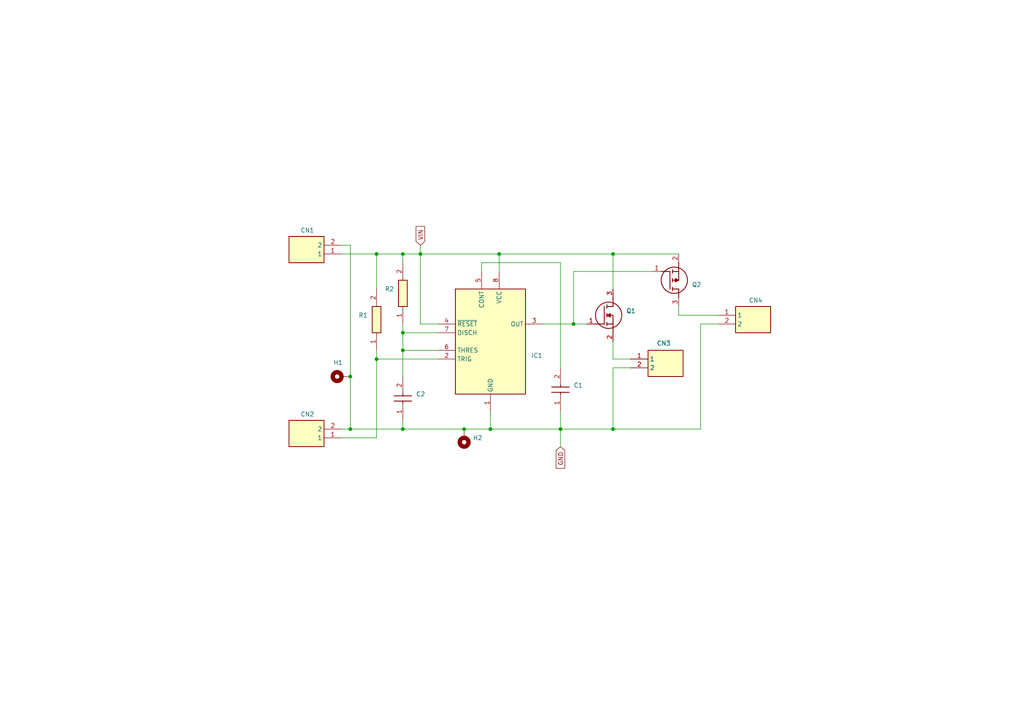
<source format=kicad_sch>
(kicad_sch (version 20250114) (generator "eeschema") (generator_version "9.0")
  (paper "A4")
  (lib_symbols
    (symbol "Mechanical:MountingHole_Pad" (pin_numbers (hide yes)) (pin_names (offset 1.016) (hide yes)) (in_bom no)
      (property "Reference" "H" (at 0 6.35 0))
      (property "Value" "MountingHole_Pad" (at 0 4.445 0))
      (symbol "MountingHole_Pad_0_1"
        (circle (center 0 1.27) (radius 1.27) (stroke (width 1.27)))
      )
      (symbol "MountingHole_Pad_1_1"
        (pin input line (at 0 -2.54 90) (length 2.54) (name "1") (number "1"))
      )
    )
    (symbol "SamacSys_Parts:12063A103JAT2A" (pin_names (hide yes))
      (property "Reference" "C" (at 8.89 6.35 0))
      (property "Value" "12063A103JAT2A" (at 8.89 3.81 0))
      (symbol "12063A103JAT2A_1_1"
        (polyline (pts (xy 5.08 0) (xy 5.588 0)) (stroke (width 0.254)))
        (polyline (pts (xy 5.588 2.54) (xy 5.588 -2.54)) (stroke (width 0.254)))
        (polyline (pts (xy 7.112 2.54) (xy 7.112 -2.54)) (stroke (width 0.254)))
        (polyline (pts (xy 7.112 0) (xy 7.62 0)) (stroke (width 0.254)))
        (pin passive line (at 0 0 0) (length 5.08) (name "1") (number "1"))
        (pin passive line (at 12.7 0 180) (length 5.08) (name "2") (number "2"))
      )
    )
    (symbol "SamacSys_Parts:12063D226MAT2A" (pin_names (hide yes))
      (property "Reference" "C" (at 8.89 6.35 0))
      (property "Value" "12063D226MAT2A" (at 8.89 3.81 0))
      (symbol "12063D226MAT2A_1_1"
        (polyline (pts (xy 5.08 0) (xy 5.588 0)) (stroke (width 0.254)))
        (polyline (pts (xy 5.588 2.54) (xy 5.588 -2.54)) (stroke (width 0.254)))
        (polyline (pts (xy 7.112 2.54) (xy 7.112 -2.54)) (stroke (width 0.254)))
        (polyline (pts (xy 7.112 0) (xy 7.62 0)) (stroke (width 0.254)))
        (pin passive line (at 0 0 0) (length 5.08) (name "1") (number "1"))
        (pin passive line (at 12.7 0 180) (length 5.08) (name "2") (number "2"))
      )
    )
    (symbol "SamacSys_Parts:1716080000"
      (property "Reference" "J" (at 16.51 7.62 0))
      (property "Value" "1716080000" (at 16.51 5.08 0))
      (symbol "1716080000_1_1"
        (rectangle (start 5.08 2.54) (end 15.24 -5.08) (stroke (width 0.254)) (fill (type background)))
        (pin passive line (at 0 0 0) (length 5.08) (name "1") (number "1"))
        (pin passive line (at 0 -2.54 0) (length 5.08) (name "2") (number "2"))
      )
    )
    (symbol "SamacSys_Parts:CRGCQ1206F100K" (pin_names (hide yes))
      (property "Reference" "R" (at 13.97 6.35 0))
      (property "Value" "CRGCQ1206F100K" (at 13.97 3.81 0))
      (symbol "CRGCQ1206F100K_1_1"
        (rectangle (start 5.08 1.27) (end 12.7 -1.27) (stroke (width 0.254)) (fill (type background)))
        (pin passive line (at 0 0 0) (length 5.08) (name "1") (number "1"))
        (pin passive line (at 17.78 0 180) (length 5.08) (name "2") (number "2"))
      )
    )
    (symbol "SamacSys_Parts:CRGCQ1206F10K" (pin_names (hide yes))
      (property "Reference" "R" (at 13.97 6.35 0))
      (property "Value" "CRGCQ1206F10K" (at 13.97 3.81 0))
      (symbol "CRGCQ1206F10K_1_1"
        (rectangle (start 5.08 1.27) (end 12.7 -1.27) (stroke (width 0.254)) (fill (type background)))
        (pin passive line (at 0 0 0) (length 5.08) (name "1") (number "1"))
        (pin passive line (at 17.78 0 180) (length 5.08) (name "2") (number "2"))
      )
    )
    (symbol "SamacSys_Parts:DMP3130L-7" (pin_names (hide yes))
      (property "Reference" "Q" (at 11.43 3.81 0))
      (property "Value" "DMP3130L-7" (at 11.43 1.27 0))
      (symbol "DMP3130L-7_1_1"
        (polyline (pts (xy 2.54 0) (xy 5.08 0)) (stroke (width 0.254)))
        (polyline (pts (xy 5.08 5.08) (xy 5.08 0)) (stroke (width 0.254)))
        (polyline (pts (xy 5.842 5.588) (xy 5.842 4.572)) (stroke (width 0.254)))
        (polyline (pts (xy 5.842 2.032) (xy 5.842 3.048)) (stroke (width 0.254)))
        (polyline (pts (xy 5.842 0) (xy 7.62 0)) (stroke (width 0.254)))
        (polyline (pts (xy 5.842 -0.508) (xy 5.842 0.508)) (stroke (width 0.254)))
        (circle (center 6.35 2.54) (radius 3.81) (stroke (width 0.254)))
        (polyline (pts (xy 7.62 5.08) (xy 5.842 5.08)) (stroke (width 0.254)))
        (polyline (pts (xy 7.62 5.08) (xy 7.62 7.62)) (stroke (width 0.254)))
        (polyline (pts (xy 7.62 2.54) (xy 5.842 2.54)) (stroke (width 0.254)))
        (polyline (pts (xy 7.62 2.54) (xy 7.62 -2.54)) (stroke (width 0.254)))
        (polyline (pts (xy 7.62 2.54) (xy 6.604 3.048) (xy 6.604 2.032) (xy 7.62 2.54)) (stroke (width 0.254)) (fill (type outline)))
        (pin passive line (at 0 0 0) (length 2.54) (name "G") (number "1"))
        (pin passive line (at 7.62 10.16 270) (length 2.54) (name "D") (number "3"))
        (pin passive line (at 7.62 -5.08 90) (length 2.54) (name "S") (number "2"))
      )
    )
    (symbol "SamacSys_Parts:IRLML6344TRPBF" (pin_names (hide yes))
      (property "Reference" "Q" (at 11.43 3.81 0))
      (property "Value" "IRLML6344TRPBF" (at 11.43 1.27 0))
      (symbol "IRLML6344TRPBF_1_1"
        (polyline (pts (xy 2.54 0) (xy 5.08 0)) (stroke (width 0.254)))
        (polyline (pts (xy 5.08 5.08) (xy 5.08 0)) (stroke (width 0.254)))
        (polyline (pts (xy 5.842 5.588) (xy 5.842 4.572)) (stroke (width 0.254)))
        (polyline (pts (xy 5.842 2.54) (xy 6.858 3.048) (xy 6.858 2.032) (xy 5.842 2.54)) (stroke (width 0.254)) (fill (type outline)))
        (polyline (pts (xy 5.842 2.032) (xy 5.842 3.048)) (stroke (width 0.254)))
        (polyline (pts (xy 5.842 0) (xy 7.62 0)) (stroke (width 0.254)))
        (polyline (pts (xy 5.842 -0.508) (xy 5.842 0.508)) (stroke (width 0.254)))
        (circle (center 6.35 2.54) (radius 3.81) (stroke (width 0.254)))
        (polyline (pts (xy 7.62 5.08) (xy 5.842 5.08)) (stroke (width 0.254)))
        (polyline (pts (xy 7.62 5.08) (xy 7.62 7.62)) (stroke (width 0.254)))
        (polyline (pts (xy 7.62 2.54) (xy 5.842 2.54)) (stroke (width 0.254)))
        (polyline (pts (xy 7.62 2.54) (xy 7.62 -2.54)) (stroke (width 0.254)))
        (pin passive line (at 0 0 0) (length 2.54) (name "G") (number "1"))
        (pin passive line (at 7.62 10.16 270) (length 2.54) (name "D") (number "3"))
        (pin passive line (at 7.62 -5.08 90) (length 2.54) (name "S") (number "2"))
      )
    )
    (symbol "SamacSys_Parts:NE555DR"
      (property "Reference" "IC" (at 26.67 15.24 0))
      (property "Value" "NE555DR" (at 26.67 12.7 0))
      (symbol "NE555DR_1_1"
        (rectangle (start 5.08 10.16) (end 25.4 -20.32) (stroke (width 0.254)) (fill (type background)))
        (pin passive line (at 0 0 0) (length 5.08) (name "~{RESET}") (number "4"))
        (pin passive line (at 0 -2.54 0) (length 5.08) (name "DISCH") (number "7"))
        (pin passive line (at 0 -7.62 0) (length 5.08) (name "THRES") (number "6"))
        (pin passive line (at 0 -10.16 0) (length 5.08) (name "TRIG") (number "2"))
        (pin passive line (at 12.7 15.24 270) (length 5.08) (name "CONT") (number "5"))
        (pin passive line (at 15.24 -25.4 90) (length 5.08) (name "GND") (number "1"))
        (pin passive line (at 17.78 15.24 270) (length 5.08) (name "VCC") (number "8"))
        (pin passive line (at 30.48 0 180) (length 5.08) (name "OUT") (number "3"))
      )
    )
  )
  (junction (at 109.22 73.66))
  (junction (at 116.84 96.52))
  (junction (at 166.37 93.98))
  (junction (at 101.6 109.22))
  (junction (at 116.84 101.6))
  (junction (at 116.84 124.46))
  (junction (at 177.8 73.66))
  (junction (at 162.56 124.46))
  (junction (at 116.84 73.66))
  (junction (at 142.24 124.46))
  (junction (at 109.22 104.14))
  (junction (at 144.78 73.66))
  (junction (at 134.62 124.46))
  (junction (at 177.8 124.46))
  (junction (at 101.6 124.46))
  (junction (at 121.92 73.66))
  (wire (pts (xy 196.85 88.9) (xy 196.85 91.44)))
  (wire (pts (xy 162.56 119.38) (xy 162.56 124.46)))
  (wire (pts (xy 99.06 124.46) (xy 101.6 124.46)))
  (wire (pts (xy 109.22 104.14) (xy 109.22 127)))
  (wire (pts (xy 116.84 124.46) (xy 134.62 124.46)))
  (wire (pts (xy 166.37 78.74) (xy 166.37 93.98)))
  (wire (pts (xy 162.56 124.46) (xy 142.24 124.46)))
  (wire (pts (xy 109.22 73.66) (xy 109.22 83.82)))
  (wire (pts (xy 139.7 76.2) (xy 139.7 78.74)))
  (wire (pts (xy 134.62 124.46) (xy 142.24 124.46)))
  (wire (pts (xy 196.85 91.44) (xy 208.28 91.44)))
  (wire (pts (xy 127 93.98) (xy 121.92 93.98)))
  (wire (pts (xy 101.6 109.22) (xy 101.6 124.46)))
  (wire (pts (xy 162.56 106.68) (xy 162.56 76.2)))
  (wire (pts (xy 116.84 96.52) (xy 116.84 101.6)))
  (wire (pts (xy 166.37 78.74) (xy 189.23 78.74)))
  (wire (pts (xy 208.28 93.98) (xy 203.2 93.98)))
  (wire (pts (xy 203.2 93.98) (xy 203.2 124.46)))
  (wire (pts (xy 121.92 73.66) (xy 144.78 73.66)))
  (wire (pts (xy 177.8 106.68) (xy 177.8 124.46)))
  (wire (pts (xy 116.84 121.92) (xy 116.84 124.46)))
  (wire (pts (xy 182.88 104.14) (xy 177.8 104.14)))
  (wire (pts (xy 127 96.52) (xy 116.84 96.52)))
  (wire (pts (xy 157.48 93.98) (xy 166.37 93.98)))
  (wire (pts (xy 116.84 73.66) (xy 121.92 73.66)))
  (wire (pts (xy 101.6 124.46) (xy 116.84 124.46)))
  (wire (pts (xy 99.06 71.12) (xy 101.6 71.12)))
  (wire (pts (xy 121.92 93.98) (xy 121.92 73.66)))
  (wire (pts (xy 142.24 124.46) (xy 142.24 119.38)))
  (wire (pts (xy 162.56 76.2) (xy 139.7 76.2)))
  (wire (pts (xy 101.6 71.12) (xy 101.6 109.22)))
  (wire (pts (xy 203.2 124.46) (xy 177.8 124.46)))
  (wire (pts (xy 144.78 73.66) (xy 144.78 78.74)))
  (wire (pts (xy 127 104.14) (xy 109.22 104.14)))
  (wire (pts (xy 182.88 106.68) (xy 177.8 106.68)))
  (wire (pts (xy 177.8 83.82) (xy 177.8 73.66)))
  (wire (pts (xy 121.92 71.12) (xy 121.92 73.66)))
  (wire (pts (xy 177.8 124.46) (xy 162.56 124.46)))
  (wire (pts (xy 116.84 101.6) (xy 127 101.6)))
  (wire (pts (xy 109.22 73.66) (xy 116.84 73.66)))
  (wire (pts (xy 109.22 101.6) (xy 109.22 104.14)))
  (wire (pts (xy 196.85 73.66) (xy 177.8 73.66)))
  (wire (pts (xy 166.37 93.98) (xy 170.18 93.98)))
  (wire (pts (xy 99.06 73.66) (xy 109.22 73.66)))
  (wire (pts (xy 109.22 127) (xy 99.06 127)))
  (wire (pts (xy 177.8 73.66) (xy 144.78 73.66)))
  (wire (pts (xy 177.8 104.14) (xy 177.8 99.06)))
  (wire (pts (xy 116.84 93.98) (xy 116.84 96.52)))
  (wire (pts (xy 116.84 101.6) (xy 116.84 109.22)))
  (wire (pts (xy 162.56 124.46) (xy 162.56 129.54)))
  (wire (pts (xy 116.84 73.66) (xy 116.84 76.2)))
  (global_label "VIN" (shape input) (at 121.92 71.12 90) (property "Intersheetrefs" "${INTERSHEET_REFS}" (effects (hide yes))))
  (global_label "GND" (shape input) (at 162.56 129.54 270) (property "Intersheetrefs" "${INTERSHEET_REFS}" (effects (hide yes))))
  (symbol (lib_id "SamacSys_Parts:1716080000") (at 99.06 73.66 180) (unit 1)
    (property "Reference" "CN1" (at 89.154 66.802 0))
    (property "Value" "1716080000" (effects (hide yes)))
    (property "Footprint" "1716080000" (effects (hide yes)))
    (property "Datasheet" "http://catalog.weidmueller.com/createDatasheetForMobile.do?ordernumber=1716080000&scope1=1&scope2=1&localeId=en" (effects (hide yes)))
    (property "Description" "Printed circuit board terminals, 5.08 mm, Number of poles: 2, 90, Solder pin length: 3.5 mm, tinned, orange, Clamping yoke connection, Clamping range, max. [rated connection]: 2.5 mm, Box" (effects (hide yes)))
    (property "Height" "13.8" (effects (hide yes)))
    (property "Mouser Part Number" "470-1716080000" (effects (hide yes)))
    (property "Mouser Price/Stock" "https://www.mouser.co.uk/ProductDetail/Weidmuller/1716080000?qs=BTG2th8YmhQnu8ZhPH6LgQ%3D%3D" (effects (hide yes)))
    (property "Manufacturer_Name" "Weidmuller" (effects (hide yes)))
    (property "Manufacturer_Part_Number" "1716080000" (effects (hide yes)))
  )
  (symbol (lib_id "SamacSys_Parts:12063D226MAT2A") (at 116.84 121.92 90) (unit 1)
    (property "Reference" "C2" (at 120.65 114.2999 90) (effects (justify right)))
    (property "Value" "12063D226MAT2A" (effects (hide yes)))
    (property "Footprint" "CAPC3216X229N" (effects (hide yes)))
    (property "Datasheet" "https://rs.componentsearchengine.com/Datasheets/1/12063D226MAT2A.pdf" (effects (hide yes)))
    (property "Description" "Multilayer Ceramic Capacitors MLCC - SMD/SMT 25V 22uF X5R 1206 20% HIGH CV" (effects (hide yes)))
    (property "Height" "2.29" (effects (hide yes)))
    (property "Mouser Part Number" "581-12063D226MAT2A" (effects (hide yes)))
    (property "Mouser Price/Stock" "https://www.mouser.co.uk/ProductDetail/KYOCERA-AVX/12063D226MAT2A?qs=q%252BHV0zBR8MiKBGAgbZK5Jw%3D%3D" (effects (hide yes)))
    (property "Manufacturer_Name" "Kyocera AVX" (effects (hide yes)))
    (property "Manufacturer_Part_Number" "12063D226MAT2A" (effects (hide yes)))
  )
  (symbol (lib_id "Mechanical:MountingHole_Pad") (at 99.06 109.22 90) (unit 1) (in_bom no)
    (property "Reference" "H1" (at 98.044 105.156 90))
    (property "Value" "MountingHole_Pad" (effects (hide yes)))
    (property "Footprint" "MountingHole:MountingHole_3.2mm_M3_Pad_TopBottom" (effects (hide yes)))
    (property "Description" "Mounting Hole with connection" (effects (hide yes)))
  )
  (symbol (lib_id "SamacSys_Parts:NE555DR") (at 127 93.98 0) (unit 1)
    (property "Reference" "IC1" (at 155.702 103.124 0))
    (property "Value" "NE555DR" (effects (hide yes)))
    (property "Footprint" "SamacSys_Parts:NE555DR" (effects (hide yes)))
    (property "Datasheet" "https: //www.ti.com/lit/gpn/ne555" (effects (hide yes)))
    (property "Description" "Single Precision Timer" (effects (hide yes)))
    (property "Height" "1.75" (effects (hide yes)))
    (property "Manufacturer_Name" "Texas Instruments" (effects (hide yes)))
    (property "Manufacturer_Part_Number" "NE555DR" (effects (hide yes)))
    (property "Mouser Part Number" "595-NE555DR" (effects (hide yes)))
    (property "Mouser Price/Stock" "https://www.mouser.co.uk/ProductDetail/Texas-Instruments/NE555DR?qs=gb35HGp1gQJ5U8ZthvvoVQ%3D%3D" (effects (hide yes)))
    (property "Arrow Part Number" "NE555DR" (effects (hide yes)))
    (property "Arrow Price/Stock" "https://www.arrow.com/en/products/ne555dr/texas-instruments?region=nac" (effects (hide yes)))
  )
  (symbol (lib_id "SamacSys_Parts:CRGCQ1206F100K") (at 116.84 93.98 270) (mirror x) (unit 1)
    (property "Reference" "R2" (at 114.3 83.8199 90) (effects (justify right)))
    (property "Value" "CRGCQ1206F100K" (effects (hide yes)))
    (property "Footprint" "RESC3116X65N" (effects (hide yes)))
    (property "Datasheet" "https://www.te.com/commerce/DocumentDelivery/DDEController?Action=showdoc&DocId=Data+Sheet%7F1773204-3%7F1%7Fpdf%7FEnglish%7FENG_DS_1773204-3_1.pdf%7F5-2176339-2" (effects (hide yes)))
    (property "Description" "Configuration Features: Number of Resistors 1 | Dimensions: Product Length 3.1 MM | Product Height .022 INCH | Product Height .55 MM | Product Length .122 INCH | Product Width 1.55 MM | Product Width .061 INCH | Electrical Characteristics: Operating Voltage 200 V | Resistance Value 100K OHM | Passive Component Tolerance 1 PCT | Power Rating .25 WATT | Resistance Class 1k  1M | Packaging Features: Packaging Method Taped & Reeled | Product Type Features: Resistor Type General Purpose Resistor | Element" (effects (hide yes)))
    (property "Height" "0.65" (effects (hide yes)))
    (property "Mouser Part Number" "279-CRGCQ1206F100K" (effects (hide yes)))
    (property "Mouser Price/Stock" "https://www.mouser.co.uk/ProductDetail/TE-Connectivity-Holsworthy/CRGCQ1206F100K?qs=wUXugUrL1qxXgwq7s1sDhw%3D%3D" (effects (hide yes)))
    (property "Manufacturer_Name" "TE Connectivity" (effects (hide yes)))
    (property "Manufacturer_Part_Number" "CRGCQ1206F100K" (effects (hide yes)))
  )
  (symbol (lib_id "SamacSys_Parts:IRLML6344TRPBF") (at 170.18 93.98 0) (unit 1)
    (property "Reference" "Q1" (at 181.61 90.1699 0) (effects (justify left)))
    (property "Value" "IRLML6344TRPBF" (effects (hide yes)))
    (property "Footprint" "SOT95P237X112-3N" (effects (hide yes)))
    (property "Datasheet" "https://www.infineon.com/dgdl/irlml6344pbf.pdf?fileId=5546d462533600a4015356689c44262c" (effects (hide yes)))
    (property "Description" "IRLML6344TRPBF N-channel MOSFET Transistor, 5 A, 30 V, 3-Pin SOT-23" (effects (hide yes)))
    (property "Height" "1.12" (effects (hide yes)))
    (property "Mouser Part Number" "942-IRLML6344TRPBF" (effects (hide yes)))
    (property "Mouser Price/Stock" "https://www.mouser.co.uk/ProductDetail/Infineon-Technologies/IRLML6344TRPBF?qs=9%252BKlkBgLFf2w4qS48UOXVw%3D%3D" (effects (hide yes)))
    (property "Manufacturer_Name" "Infineon" (effects (hide yes)))
    (property "Manufacturer_Part_Number" "IRLML6344TRPBF" (effects (hide yes)))
  )
  (symbol (lib_id "SamacSys_Parts:12063A103JAT2A") (at 162.56 119.38 90) (unit 1)
    (property "Reference" "C1" (at 166.37 111.7599 90) (effects (justify right)))
    (property "Value" "12063A103JAT2A" (effects (hide yes)))
    (property "Footprint" "CAPC3216X152N" (effects (hide yes)))
    (property "Datasheet" "http://datasheets.avx.com/C0GNP0-Dielectric.pdf" (effects (hide yes)))
    (property "Description" "NewAVX 1206 10nF Ceramic Multilayer Capacitor, 25 V dc, +125" (effects (hide yes)))
    (property "Height" "1.52" (effects (hide yes)))
    (property "Mouser Part Number" "581-12063A103J" (effects (hide yes)))
    (property "Mouser Price/Stock" "https://www.mouser.co.uk/ProductDetail/KYOCERA-AVX/12063A103JAT2A?qs=9C5X5N50CkE%2F69DbCtXoFw%3D%3D" (effects (hide yes)))
    (property "Manufacturer_Name" "Kyocera AVX" (effects (hide yes)))
    (property "Manufacturer_Part_Number" "12063A103JAT2A" (effects (hide yes)))
  )
  (symbol (lib_id "SamacSys_Parts:1716080000") (at 208.28 91.44 0) (unit 1)
    (property "Reference" "CN4" (at 217.17 87.122 0) (effects (justify left)))
    (property "Value" "1716080000" (effects (hide yes)))
    (property "Footprint" "1716080000" (effects (hide yes)))
    (property "Datasheet" "http://catalog.weidmueller.com/createDatasheetForMobile.do?ordernumber=1716080000&scope1=1&scope2=1&localeId=en" (effects (hide yes)))
    (property "Description" "Printed circuit board terminals, 5.08 mm, Number of poles: 2, 90, Solder pin length: 3.5 mm, tinned, orange, Clamping yoke connection, Clamping range, max. [rated connection]: 2.5 mm, Box" (effects (hide yes)))
    (property "Height" "13.8" (effects (hide yes)))
    (property "Mouser Part Number" "470-1716080000" (effects (hide yes)))
    (property "Mouser Price/Stock" "https://www.mouser.co.uk/ProductDetail/Weidmuller/1716080000?qs=BTG2th8YmhQnu8ZhPH6LgQ%3D%3D" (effects (hide yes)))
    (property "Manufacturer_Name" "Weidmuller" (effects (hide yes)))
    (property "Manufacturer_Part_Number" "1716080000" (effects (hide yes)))
  )
  (symbol (lib_id "SamacSys_Parts:DMP3130L-7") (at 189.23 78.74 0) (mirror x) (unit 1)
    (property "Reference" "Q2" (at 200.66 82.5501 0) (effects (justify left)))
    (property "Value" "DMP3130L-7" (effects (hide yes)))
    (property "Footprint" "SOT96P240X110-3N" (effects (hide yes)))
    (property "Datasheet" "https://www.diodes.com//assets/Datasheets/products_inactive_data/DMP3130L.pdf" (effects (hide yes)))
    (property "Description" "MOSFET P-Channel 30V 3.5A SOT23 Diodes Inc DMP3130L-7 P-channel MOSFET Transistor, 3.5 A, -30 V, 3-Pin SOT-23" (effects (hide yes)))
    (property "Height" "1.1" (effects (hide yes)))
    (property "Mouser Part Number" "621-DMP3130L-7" (effects (hide yes)))
    (property "Mouser Price/Stock" "https://www.mouser.co.uk/ProductDetail/Diodes-Incorporated/DMP3130L-7?qs=oUsD4qhOtFzo1DjIYBcgCA%3D%3D" (effects (hide yes)))
    (property "Manufacturer_Name" "Diodes Incorporated" (effects (hide yes)))
    (property "Manufacturer_Part_Number" "DMP3130L-7" (effects (hide yes)))
  )
  (symbol (lib_id "SamacSys_Parts:CRGCQ1206F10K") (at 109.22 101.6 270) (mirror x) (unit 1)
    (property "Reference" "R1" (at 106.68 91.4399 90) (effects (justify right)))
    (property "Value" "CRGCQ1206F10K" (effects (hide yes)))
    (property "Footprint" "RESC3116X65N" (effects (hide yes)))
    (property "Datasheet" "https://www.arrow.com/en/products/crgcq1206f10k/te-connectivity" (effects (hide yes)))
    (property "Description" "Configuration Features: Number of Resistors 1 | Dimensions: Product Length .122 INCH | Product Width .061 INCH | Product Length 3.1 MM | Product Width 1.55 MM | Product Height .55 MM | Product Height .022 INCH | Electrical Characteristics: Operating Voltage 200 V | Resistance Value 10K OHM | Resistance Class 1k  1M | Passive Component Tolerance 1 PCT | Power Rating .25 WATT | Packaging Features: Packaging Method Taped & Reeled | Product Type Features: Resistor Type General Purpose Resistor | Element" (effects (hide yes)))
    (property "Height" "0.65" (effects (hide yes)))
    (property "Mouser Part Number" "279-CRGCQ1206F10K" (effects (hide yes)))
    (property "Mouser Price/Stock" "https://www.mouser.co.uk/ProductDetail/TE-Connectivity-Holsworthy/CRGCQ1206F10K?qs=wUXugUrL1qyq3DLCZm2TIg%3D%3D" (effects (hide yes)))
    (property "Manufacturer_Name" "TE Connectivity" (effects (hide yes)))
    (property "Manufacturer_Part_Number" "CRGCQ1206F10K" (effects (hide yes)))
  )
  (symbol (lib_id "Mechanical:MountingHole_Pad") (at 134.62 127 180) (unit 1) (in_bom no)
    (property "Reference" "H2" (at 137.16 126.9999 0) (effects (justify right)))
    (property "Value" "MountingHole_Pad" (effects (hide yes)))
    (property "Footprint" "MountingHole:MountingHole_3.2mm_M3_Pad_TopBottom" (effects (hide yes)))
    (property "Description" "Mounting Hole with connection" (effects (hide yes)))
  )
  (symbol (lib_id "SamacSys_Parts:1716080000") (at 182.88 104.14 0) (unit 1)
    (property "Reference" "CN3" (at 190.5 99.568 0) (effects (justify left)))
    (property "Value" "1716080000" (effects (hide yes)))
    (property "Footprint" "1716080000" (effects (hide yes)))
    (property "Datasheet" "http://catalog.weidmueller.com/createDatasheetForMobile.do?ordernumber=1716080000&scope1=1&scope2=1&localeId=en" (effects (hide yes)))
    (property "Description" "Printed circuit board terminals, 5.08 mm, Number of poles: 2, 90, Solder pin length: 3.5 mm, tinned, orange, Clamping yoke connection, Clamping range, max. [rated connection]: 2.5 mm, Box" (effects (hide yes)))
    (property "Height" "13.8" (effects (hide yes)))
    (property "Mouser Part Number" "470-1716080000" (effects (hide yes)))
    (property "Mouser Price/Stock" "https://www.mouser.co.uk/ProductDetail/Weidmuller/1716080000?qs=BTG2th8YmhQnu8ZhPH6LgQ%3D%3D" (effects (hide yes)))
    (property "Manufacturer_Name" "Weidmuller" (effects (hide yes)))
    (property "Manufacturer_Part_Number" "1716080000" (effects (hide yes)))
  )
  (symbol (lib_id "SamacSys_Parts:1716080000") (at 99.06 127 180) (unit 1)
    (property "Reference" "CN2" (at 89.154 120.142 0))
    (property "Value" "1716080000" (effects (hide yes)))
    (property "Footprint" "1716080000" (effects (hide yes)))
    (property "Datasheet" "http://catalog.weidmueller.com/createDatasheetForMobile.do?ordernumber=1716080000&scope1=1&scope2=1&localeId=en" (effects (hide yes)))
    (property "Description" "Printed circuit board terminals, 5.08 mm, Number of poles: 2, 90, Solder pin length: 3.5 mm, tinned, orange, Clamping yoke connection, Clamping range, max. [rated connection]: 2.5 mm, Box" (effects (hide yes)))
    (property "Height" "13.8" (effects (hide yes)))
    (property "Mouser Part Number" "470-1716080000" (effects (hide yes)))
    (property "Mouser Price/Stock" "https://www.mouser.co.uk/ProductDetail/Weidmuller/1716080000?qs=BTG2th8YmhQnu8ZhPH6LgQ%3D%3D" (effects (hide yes)))
    (property "Manufacturer_Name" "Weidmuller" (effects (hide yes)))
    (property "Manufacturer_Part_Number" "1716080000" (effects (hide yes)))
  )
)
</source>
